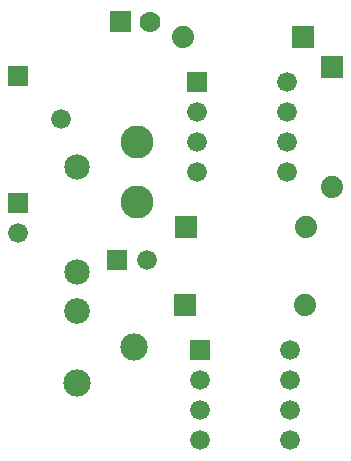
<source format=gts>
G04 start of page 7 for group -4063 idx -4063 *
G04 Title: (unknown), componentmask *
G04 Creator: pcb 20110918 *
G04 CreationDate: Tue 15 Sep 2015 23:47:47 GMT UTC *
G04 For: ksarkies *
G04 Format: Gerber/RS-274X *
G04 PCB-Dimensions: 130000 160000 *
G04 PCB-Coordinate-Origin: lower left *
%MOIN*%
%FSLAX25Y25*%
%LNTOPMASK*%
%ADD73C,0.0910*%
%ADD72C,0.0860*%
%ADD71C,0.0700*%
%ADD70C,0.0740*%
%ADD69C,0.0850*%
%ADD68C,0.1100*%
%ADD67C,0.0660*%
%ADD66C,0.0001*%
G54D66*G36*
X46000Y153500D02*Y146500D01*
X53000D01*
Y153500D01*
X46000D01*
G37*
G36*
X12236Y135120D02*Y128520D01*
X18836D01*
Y135120D01*
X12236D01*
G37*
G54D67*X29678Y117678D03*
X75000Y110000D03*
G54D68*X55000D03*
G54D69*X35000Y101500D03*
G54D67*X105000Y100000D03*
G54D70*X120000Y95000D03*
G54D67*X105000Y110000D03*
Y120000D03*
Y130000D03*
G54D66*G36*
X116300Y138700D02*Y131300D01*
X123700D01*
Y138700D01*
X116300D01*
G37*
G36*
X106800Y148700D02*Y141300D01*
X114200D01*
Y148700D01*
X106800D01*
G37*
G54D71*X59500Y150000D03*
G54D66*G36*
X71700Y133300D02*Y126700D01*
X78300D01*
Y133300D01*
X71700D01*
G37*
G54D67*X75000Y120000D03*
G54D70*X70500Y145000D03*
G54D72*X35000Y53500D03*
G54D73*X54000Y41400D03*
X35000Y29500D03*
G54D67*X76000Y30500D03*
X106000D03*
X76000Y20500D03*
X106000D03*
X76000Y10500D03*
X106000D03*
X75000Y100000D03*
G54D68*X55000Y90000D03*
G54D66*G36*
X12200Y92800D02*Y86200D01*
X18800D01*
Y92800D01*
X12200D01*
G37*
G54D67*X15500Y79500D03*
G54D66*G36*
X67800Y85200D02*Y77800D01*
X75200D01*
Y85200D01*
X67800D01*
G37*
G54D70*X111500Y81500D03*
G54D66*G36*
X72700Y43800D02*Y37200D01*
X79300D01*
Y43800D01*
X72700D01*
G37*
G54D67*X106000Y40500D03*
G54D70*X111000Y55500D03*
G54D66*G36*
X67300Y59200D02*Y51800D01*
X74700D01*
Y59200D01*
X67300D01*
G37*
G36*
X45200Y73800D02*Y67200D01*
X51800D01*
Y73800D01*
X45200D01*
G37*
G54D67*X58500Y70500D03*
G54D69*X35000Y66500D03*
M02*

</source>
